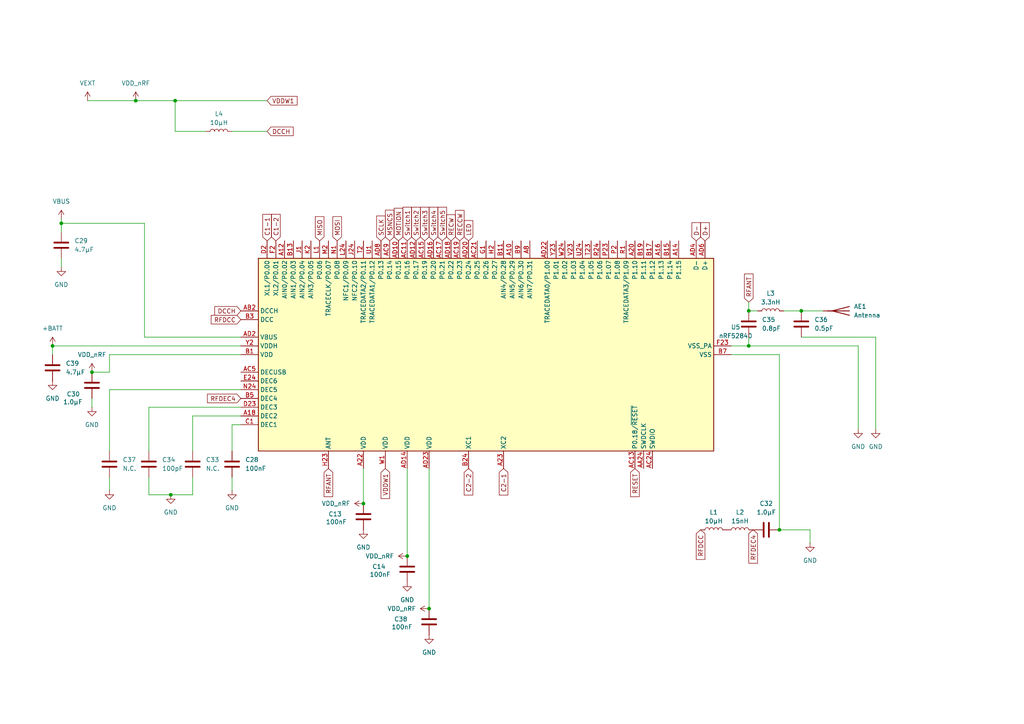
<source format=kicad_sch>
(kicad_sch (version 20250114) (generator "eeschema") (generator_version "9.0")
  (paper "A4")
  (lib_symbols
    (symbol "Custom:nRF52840"
      (property "Reference" "U5" (at 7.9854 -72.39 90))
      (property "Value" "nRF52840" (at 5.4454 -72.39 90))
      (symbol "nRF52840_0_1"
        (rectangle (start -27.94 66.04) (end 27.94 -66.04) (stroke (width 0.254)) (fill (type background)))
      )
      (symbol "nRF52840_1_1"
        (pin passive line (at -33.02 45.72 0) (length 5.08) (name "ANT") (number "H23"))
        (pin power_in line (at -33.02 35.56 0) (length 5.08) (name "VDD") (number "A22"))
        (pin power_in line (at -33.02 29.21 0) (length 5.08) (name "VDD") (number "W1"))
        (pin power_in line (at -33.02 22.86 0) (length 5.08) (name "VDD") (number "AD14"))
        (pin power_in line (at -33.02 16.51 0) (length 5.08) (name "VDD") (number "AD23"))
        (pin input line (at -33.02 5.08 0) (length 5.08) (name "XC1") (number "B24"))
        (pin input line (at -33.02 -5.08 0) (length 5.08) (name "XC2") (number "A23"))
        (pin bidirectional line (at -33.02 -43.18 0) (length 5.08) (name "P0.18/~{RESET}") (number "AC13"))
        (pin input line (at -33.02 -45.72 0) (length 5.08) (name "SWDCLK") (number "AA24"))
        (pin bidirectional line (at -33.02 -48.26 0) (length 5.08) (name "SWDIO") (number "AC24"))
        (pin passive line (at -20.32 71.12 270) (length 5.08) (name "DEC1") (number "C1"))
        (pin passive line (at -17.78 71.12 270) (length 5.08) (name "DEC2") (number "A18"))
        (pin passive line (at -15.24 71.12 270) (length 5.08) (name "DEC3") (number "D23"))
        (pin passive line (at -12.7 71.12 270) (length 5.08) (name "DEC4") (number "B5"))
        (pin passive line (at -10.16 71.12 270) (length 5.08) (name "DEC5") (number "N24"))
        (pin passive line (at -7.62 71.12 270) (length 5.08) (name "DEC6") (number "E24"))
        (pin passive line (at -5.08 71.12 270) (length 5.08) (name "DECUSB") (number "AC5"))
        (pin power_in line (at 0 71.12 270) (length 5.08) (name "VDD") (number "B1"))
        (pin power_in line (at 0 -71.12 90) (length 5.08) (name "VSS") (number "B7"))
        (pin passive line (at 0 -71.12 90) (length 5.08) (hide yes) (name "VSS") (number "EP"))
        (pin power_in line (at 2.54 71.12 270) (length 5.08) (name "VDDH") (number "Y2"))
        (pin power_in line (at 2.54 -71.12 90) (length 5.08) (name "VSS_PA") (number "F23"))
        (pin power_in line (at 5.08 71.12 270) (length 5.08) (name "VBUS") (number "AD2"))
        (pin power_out line (at 10.16 71.12 270) (length 5.08) (name "DCC") (number "B3"))
        (pin power_out line (at 12.7 71.12 270) (length 5.08) (name "DCCH") (number "AB2"))
        (pin bidirectional line (at 33.02 63.5 180) (length 5.08) (name "XL1/P0.00") (number "D2"))
        (pin bidirectional line (at 33.02 60.96 180) (length 5.08) (name "XL2/P0.01") (number "F2"))
        (pin bidirectional line (at 33.02 58.42 180) (length 5.08) (name "AIN0/P0.02") (number "A12"))
        (pin bidirectional line (at 33.02 55.88 180) (length 5.08) (name "AIN1/P0.03") (number "B13"))
        (pin bidirectional line (at 33.02 53.34 180) (length 5.08) (name "AIN2/P0.04") (number "J1"))
        (pin bidirectional line (at 33.02 50.8 180) (length 5.08) (name "AIN3/P0.05") (number "K2"))
        (pin bidirectional line (at 33.02 48.26 180) (length 5.08) (name "P0.06") (number "L1"))
        (pin bidirectional line (at 33.02 45.72 180) (length 5.08) (name "TRACECLK/P0.07") (number "M2"))
        (pin bidirectional line (at 33.02 43.18 180) (length 5.08) (name "P0.08") (number "N1"))
        (pin bidirectional line (at 33.02 40.64 180) (length 5.08) (name "NFC1/P0.09") (number "L24"))
        (pin bidirectional line (at 33.02 38.1 180) (length 5.08) (name "NFC2/P0.10") (number "J24"))
        (pin bidirectional line (at 33.02 35.56 180) (length 5.08) (name "TRACEDATA2/P0.11") (number "T2"))
        (pin bidirectional line (at 33.02 33.02 180) (length 5.08) (name "TRACEDATA1/P0.12") (number "U1"))
        (pin bidirectional line (at 33.02 30.48 180) (length 5.08) (name "P0.13") (number "AD8"))
        (pin bidirectional line (at 33.02 27.94 180) (length 5.08) (name "P0.14") (number "AC9"))
        (pin bidirectional line (at 33.02 25.4 180) (length 5.08) (name "P0.15") (number "AD10"))
        (pin bidirectional line (at 33.02 22.86 180) (length 5.08) (name "P0.16") (number "AC11"))
        (pin bidirectional line (at 33.02 20.32 180) (length 5.08) (name "P0.17") (number "AD12"))
        (pin bidirectional line (at 33.02 17.78 180) (length 5.08) (name "P0.19") (number "AC15"))
        (pin bidirectional line (at 33.02 15.24 180) (length 5.08) (name "P0.20") (number "AD16"))
        (pin bidirectional line (at 33.02 12.7 180) (length 5.08) (name "P0.21") (number "AC17"))
        (pin bidirectional line (at 33.02 10.16 180) (length 5.08) (name "P0.22") (number "AD18"))
        (pin bidirectional line (at 33.02 7.62 180) (length 5.08) (name "P0.23") (number "AC19"))
        (pin bidirectional line (at 33.02 5.08 180) (length 5.08) (name "P0.24") (number "AD20"))
        (pin bidirectional line (at 33.02 2.54 180) (length 5.08) (name "P0.25") (number "AC21"))
        (pin bidirectional line (at 33.02 0 180) (length 5.08) (name "P0.26") (number "G1"))
        (pin bidirectional line (at 33.02 -2.54 180) (length 5.08) (name "P0.27") (number "H2"))
        (pin bidirectional line (at 33.02 -5.08 180) (length 5.08) (name "AIN4/P0.28") (number "B11"))
        (pin bidirectional line (at 33.02 -7.62 180) (length 5.08) (name "AIN5/P0.29") (number "A10"))
        (pin bidirectional line (at 33.02 -10.16 180) (length 5.08) (name "AIN6/P0.30") (number "B9"))
        (pin bidirectional line (at 33.02 -12.7 180) (length 5.08) (name "AIN7/P0.31") (number "A8"))
        (pin bidirectional line (at 33.02 -17.78 180) (length 5.08) (name "TRACEDATA0/P1.00") (number "AD22"))
        (pin bidirectional line (at 33.02 -20.32 180) (length 5.08) (name "P1.01") (number "Y23"))
        (pin bidirectional line (at 33.02 -22.86 180) (length 5.08) (name "P1.02") (number "W24"))
        (pin bidirectional line (at 33.02 -25.4 180) (length 5.08) (name "P1.03") (number "V23"))
        (pin bidirectional line (at 33.02 -27.94 180) (length 5.08) (name "P1.04") (number "U24"))
        (pin bidirectional line (at 33.02 -30.48 180) (length 5.08) (name "P1.05") (number "T23"))
        (pin bidirectional line (at 33.02 -33.02 180) (length 5.08) (name "P1.06") (number "R24"))
        (pin bidirectional line (at 33.02 -35.56 180) (length 5.08) (name "P1.07") (number "P23"))
        (pin bidirectional line (at 33.02 -38.1 180) (length 5.08) (name "P1.08") (number "P2"))
        (pin bidirectional line (at 33.02 -40.64 180) (length 5.08) (name "TRACEDATA3/P1.09") (number "R1"))
        (pin bidirectional line (at 33.02 -43.18 180) (length 5.08) (name "P1.10") (number "A20"))
        (pin bidirectional line (at 33.02 -45.72 180) (length 5.08) (name "P1.11") (number "B19"))
        (pin bidirectional line (at 33.02 -48.26 180) (length 5.08) (name "P1.12") (number "B17"))
        (pin bidirectional line (at 33.02 -50.8 180) (length 5.08) (name "P1.13") (number "A16"))
        (pin bidirectional line (at 33.02 -53.34 180) (length 5.08) (name "P1.14") (number "B15"))
        (pin bidirectional line (at 33.02 -55.88 180) (length 5.08) (name "P1.15") (number "A14"))
        (pin bidirectional line (at 33.02 -60.96 180) (length 5.08) (name "D-") (number "AD4"))
        (pin bidirectional line (at 33.02 -63.5 180) (length 5.08) (name "D+") (number "AD6"))
      )
    )
    (symbol "Device:Antenna" (pin_numbers (hide yes)) (pin_names (offset 1.016) (hide yes))
      (property "Reference" "AE" (at -1.905 1.905 0))
      (property "Value" "Antenna" (at -1.905 0 0))
      (symbol "Antenna_0_1"
        (polyline (pts (xy 0 2.54) (xy 0 -3.81)) (stroke (width 0.254)))
        (polyline (pts (xy 1.27 2.54) (xy 0 -2.54) (xy -1.27 2.54)) (stroke (width 0.254)))
      )
      (symbol "Antenna_1_1"
        (pin input line (at 0 -5.08 90) (length 2.54) (name "A") (number "1"))
      )
    )
    (symbol "Device:C" (pin_numbers (hide yes)) (pin_names (offset 0.254))
      (property "Reference" "C" (at 0.635 2.54 0))
      (property "Value" "C" (at 0.635 -2.54 0))
      (symbol "C_0_1"
        (polyline (pts (xy -2.032 0.762) (xy 2.032 0.762)) (stroke (width 0.508)))
        (polyline (pts (xy -2.032 -0.762) (xy 2.032 -0.762)) (stroke (width 0.508)))
      )
      (symbol "C_1_1"
        (pin passive line (at 0 3.81 270) (length 2.794) (name "~") (number "1"))
        (pin passive line (at 0 -3.81 90) (length 2.794) (name "~") (number "2"))
      )
    )
    (symbol "Device:L" (pin_numbers (hide yes)) (pin_names (offset 1.016) (hide yes))
      (property "Reference" "L" (at -1.27 0 90))
      (property "Value" "L" (at 1.905 0 90))
      (symbol "L_0_1"
        (arc (start 0 2.54) (mid 0.6323 1.905) (end 0 1.27))
        (arc (start 0 1.27) (mid 0.6323 0.635) (end 0 0))
        (arc (start 0 0) (mid 0.6323 -0.635) (end 0 -1.27))
        (arc (start 0 -1.27) (mid 0.6323 -1.905) (end 0 -2.54))
      )
      (symbol "L_1_1"
        (pin passive line (at 0 3.81 270) (length 1.27) (name "1") (number "1"))
        (pin passive line (at 0 -3.81 90) (length 1.27) (name "2") (number "2"))
      )
    )
    (symbol "power:+3.3V" (power) (pin_numbers (hide yes)) (pin_names (offset 0) (hide yes))
      (property "Value" "+3.3V" (at 0 3.556 0))
      (symbol "+3.3V_0_1"
        (polyline (pts (xy -0.762 1.27) (xy 0 2.54)))
        (polyline (pts (xy 0 2.54) (xy 0.762 1.27)))
        (polyline (pts (xy 0 0) (xy 0 2.54)))
      )
      (symbol "+3.3V_1_1"
        (pin power_in line (at 0 0 90) (length 0) (name "~") (number "1"))
      )
    )
    (symbol "power:+BATT" (power) (pin_numbers (hide yes)) (pin_names (offset 0) (hide yes))
      (property "Value" "+BATT" (at 0 3.556 0))
      (symbol "+BATT_0_1"
        (polyline (pts (xy -0.762 1.27) (xy 0 2.54)))
        (polyline (pts (xy 0 2.54) (xy 0.762 1.27)))
        (polyline (pts (xy 0 0) (xy 0 2.54)))
      )
      (symbol "+BATT_1_1"
        (pin power_in line (at 0 0 90) (length 0) (name "~") (number "1"))
      )
    )
    (symbol "power:GND" (power) (pin_numbers (hide yes)) (pin_names (offset 0) (hide yes))
      (property "Value" "GND" (at 0 -3.81 0))
      (symbol "GND_0_1"
        (polyline (pts (xy 0 0) (xy 0 -1.27) (xy 1.27 -1.27) (xy 0 -2.54) (xy -1.27 -1.27) (xy 0 -1.27)))
      )
      (symbol "GND_1_1"
        (pin power_in line (at 0 0 270) (length 0) (name "~") (number "1"))
      )
    )
    (symbol "power:VBUS" (power) (pin_numbers (hide yes)) (pin_names (offset 0) (hide yes))
      (property "Value" "VBUS" (at 0 3.556 0))
      (symbol "VBUS_0_1"
        (polyline (pts (xy -0.762 1.27) (xy 0 2.54)))
        (polyline (pts (xy 0 2.54) (xy 0.762 1.27)))
        (polyline (pts (xy 0 0) (xy 0 2.54)))
      )
      (symbol "VBUS_1_1"
        (pin power_in line (at 0 0 90) (length 0) (name "~") (number "1"))
      )
    )
  )
  (junction (at 17.78 64.77))
  (junction (at 217.17 90.17))
  (junction (at 105.41 146.05))
  (junction (at 232.41 90.17))
  (junction (at 39.37 29.21))
  (junction (at 217.17 100.33))
  (junction (at 124.46 176.53))
  (junction (at 15.24 100.33))
  (junction (at 226.06 153.67))
  (junction (at 118.11 161.29))
  (junction (at 50.8 29.21))
  (junction (at 49.53 143.51))
  (junction (at 26.67 107.95))
  (wire (pts (xy 217.17 100.33) (xy 248.92 100.33)))
  (wire (pts (xy 50.8 29.21) (xy 77.47 29.21)))
  (wire (pts (xy 226.06 102.87) (xy 226.06 153.67)))
  (wire (pts (xy 41.91 64.77) (xy 17.78 64.77)))
  (wire (pts (xy 69.85 102.87) (xy 31.75 102.87)))
  (wire (pts (xy 212.09 102.87) (xy 226.06 102.87)))
  (wire (pts (xy 217.17 87.63) (xy 217.17 90.17)))
  (wire (pts (xy 55.88 120.65) (xy 69.85 120.65)))
  (wire (pts (xy 43.18 143.51) (xy 49.53 143.51)))
  (wire (pts (xy 31.75 138.43) (xy 31.75 142.24)))
  (wire (pts (xy 118.11 135.89) (xy 118.11 161.29)))
  (wire (pts (xy 43.18 138.43) (xy 43.18 143.51)))
  (wire (pts (xy 26.67 115.57) (xy 26.67 118.11)))
  (wire (pts (xy 17.78 74.93) (xy 17.78 77.47)))
  (wire (pts (xy 49.53 143.51) (xy 55.88 143.51)))
  (wire (pts (xy 227.33 90.17) (xy 232.41 90.17)))
  (wire (pts (xy 41.91 97.79) (xy 41.91 64.77)))
  (wire (pts (xy 31.75 113.03) (xy 31.75 130.81)))
  (wire (pts (xy 55.88 120.65) (xy 55.88 130.81)))
  (wire (pts (xy 69.85 100.33) (xy 15.24 100.33)))
  (wire (pts (xy 217.17 100.33) (xy 217.17 97.79)))
  (wire (pts (xy 39.37 29.21) (xy 50.8 29.21)))
  (wire (pts (xy 17.78 64.77) (xy 17.78 63.5)))
  (wire (pts (xy 217.17 90.17) (xy 219.71 90.17)))
  (wire (pts (xy 55.88 138.43) (xy 55.88 143.51)))
  (wire (pts (xy 232.41 90.17) (xy 238.76 90.17)))
  (wire (pts (xy 43.18 118.11) (xy 69.85 118.11)))
  (wire (pts (xy 254 97.79) (xy 254 124.46)))
  (wire (pts (xy 67.31 138.43) (xy 67.31 142.24)))
  (wire (pts (xy 67.31 123.19) (xy 67.31 130.81)))
  (wire (pts (xy 124.46 135.89) (xy 124.46 176.53)))
  (wire (pts (xy 25.4 29.21) (xy 39.37 29.21)))
  (wire (pts (xy 59.69 38.1) (xy 50.8 38.1)))
  (wire (pts (xy 212.09 100.33) (xy 217.17 100.33)))
  (wire (pts (xy 31.75 107.95) (xy 26.67 107.95)))
  (wire (pts (xy 43.18 118.11) (xy 43.18 130.81)))
  (wire (pts (xy 69.85 123.19) (xy 67.31 123.19)))
  (wire (pts (xy 105.41 135.89) (xy 105.41 146.05)))
  (wire (pts (xy 17.78 64.77) (xy 17.78 67.31)))
  (wire (pts (xy 31.75 102.87) (xy 31.75 107.95)))
  (wire (pts (xy 232.41 97.79) (xy 254 97.79)))
  (wire (pts (xy 50.8 38.1) (xy 50.8 29.21)))
  (wire (pts (xy 234.95 157.48) (xy 234.95 153.67)))
  (wire (pts (xy 15.24 100.33) (xy 15.24 102.87)))
  (wire (pts (xy 234.95 153.67) (xy 226.06 153.67)))
  (wire (pts (xy 67.31 38.1) (xy 77.47 38.1)))
  (wire (pts (xy 69.85 113.03) (xy 31.75 113.03)))
  (wire (pts (xy 248.92 100.33) (xy 248.92 124.46)))
  (wire (pts (xy 69.85 97.79) (xy 41.91 97.79)))
  (global_label "Switch4" (shape input) (at 125.73 69.85 90) (property "Intersheetrefs" "${INTERSHEET_REFS}" (effects (hide yes))))
  (global_label "DCCH" (shape input) (at 77.47 38.1 0) (property "Intersheetrefs" "${INTERSHEET_REFS}" (effects (hide yes))))
  (global_label "RFDEC4" (shape input) (at 69.85 115.57 180) (property "Intersheetrefs" "${INTERSHEET_REFS}" (effects (hide yes))))
  (global_label "C1-2" (shape input) (at 80.01 69.85 90) (property "Intersheetrefs" "${INTERSHEET_REFS}" (effects (hide yes))))
  (global_label "MISO" (shape input) (at 92.71 69.85 90) (property "Intersheetrefs" "${INTERSHEET_REFS}" (effects (hide yes))))
  (global_label "DCCH" (shape input) (at 69.85 90.17 180) (property "Intersheetrefs" "${INTERSHEET_REFS}" (effects (hide yes))))
  (global_label "VDDW1" (shape input) (at 111.76 135.89 270) (property "Intersheetrefs" "${INTERSHEET_REFS}" (effects (hide yes))))
  (global_label "MOSI" (shape input) (at 97.79 69.85 90) (property "Intersheetrefs" "${INTERSHEET_REFS}" (effects (hide yes))))
  (global_label "LED" (shape input) (at 135.89 69.85 90) (property "Intersheetrefs" "${INTERSHEET_REFS}" (effects (hide yes))))
  (global_label "D-" (shape input) (at 201.93 69.85 90) (property "Intersheetrefs" "${INTERSHEET_REFS}" (effects (hide yes))))
  (global_label "RFANT" (shape input) (at 95.25 135.89 270) (property "Intersheetrefs" "${INTERSHEET_REFS}" (effects (hide yes))))
  (global_label "Switch1" (shape input) (at 118.11 69.85 90) (property "Intersheetrefs" "${INTERSHEET_REFS}" (effects (hide yes))))
  (global_label "RFDCC" (shape input) (at 69.85 92.71 180) (property "Intersheetrefs" "${INTERSHEET_REFS}" (effects (hide yes))))
  (global_label "RFDCC" (shape input) (at 203.2 153.67 270) (property "Intersheetrefs" "${INTERSHEET_REFS}" (effects (hide yes))))
  (global_label "RFANT" (shape input) (at 217.17 87.63 90) (property "Intersheetrefs" "${INTERSHEET_REFS}" (effects (hide yes))))
  (global_label "RECW" (shape input) (at 130.81 69.85 90) (property "Intersheetrefs" "${INTERSHEET_REFS}" (effects (hide yes))))
  (global_label "C2-1" (shape input) (at 146.05 135.89 270) (property "Intersheetrefs" "${INTERSHEET_REFS}" (effects (hide yes))))
  (global_label "Switch3" (shape input) (at 123.19 69.85 90) (property "Intersheetrefs" "${INTERSHEET_REFS}" (effects (hide yes))))
  (global_label "RFDEC4" (shape input) (at 218.44 153.67 270) (property "Intersheetrefs" "${INTERSHEET_REFS}" (effects (hide yes))))
  (global_label "VDDW1" (shape input) (at 77.47 29.21 0) (property "Intersheetrefs" "${INTERSHEET_REFS}" (effects (hide yes))))
  (global_label "C1-1" (shape input) (at 77.47 69.85 90) (property "Intersheetrefs" "${INTERSHEET_REFS}" (effects (hide yes))))
  (global_label "SCLK" (shape input) (at 110.49 69.85 90) (property "Intersheetrefs" "${INTERSHEET_REFS}" (effects (hide yes))))
  (global_label "RECCW" (shape input) (at 133.35 69.85 90) (property "Intersheetrefs" "${INTERSHEET_REFS}" (effects (hide yes))))
  (global_label "D+" (shape input) (at 204.47 69.85 90) (property "Intersheetrefs" "${INTERSHEET_REFS}" (effects (hide yes))))
  (global_label "MOTION" (shape input) (at 115.57 69.85 90) (property "Intersheetrefs" "${INTERSHEET_REFS}" (effects (hide yes))))
  (global_label "Switch2" (shape input) (at 120.65 69.85 90) (property "Intersheetrefs" "${INTERSHEET_REFS}" (effects (hide yes))))
  (global_label "MSNCS" (shape input) (at 113.03 69.85 90) (property "Intersheetrefs" "${INTERSHEET_REFS}" (effects (hide yes))))
  (global_label "RESET" (shape input) (at 184.15 135.89 270) (property "Intersheetrefs" "${INTERSHEET_REFS}" (effects (hide yes))))
  (global_label "C2-2" (shape input) (at 135.89 135.89 270) (property "Intersheetrefs" "${INTERSHEET_REFS}" (effects (hide yes))))
  (global_label "Switch5" (shape input) (at 128.27 69.85 90) (property "Intersheetrefs" "${INTERSHEET_REFS}" (effects (hide yes))))
  (symbol (lib_id "power:GND") (at 254 124.46 0) (unit 1)
    (property "Reference" "#PWR077" (effects (hide yes)))
    (property "Value" "GND" (at 254 129.54 0))
    (property "Description" "Power symbol creates a global label with name \"GND\" , ground" (effects (hide yes)))
  )
  (symbol (lib_id "Device:L") (at 207.01 153.67 90) (unit 1)
    (property "Reference" "L1" (at 207.01 148.59 90))
    (property "Value" "10μH" (at 207.01 151.13 90))
    (property "Description" "Inductor" (effects (hide yes)))
  )
  (symbol (lib_id "power:GND") (at 15.24 110.49 0) (unit 1)
    (property "Reference" "#PWR079" (effects (hide yes)))
    (property "Value" "GND" (at 15.24 115.57 0))
    (property "Description" "Power symbol creates a global label with name \"GND\" , ground" (effects (hide yes)))
  )
  (symbol (lib_id "power:GND") (at 31.75 142.24 0) (unit 1)
    (property "Reference" "#PWR078" (effects (hide yes)))
    (property "Value" "GND" (at 31.75 147.32 0))
    (property "Description" "Power symbol creates a global label with name \"GND\" , ground" (effects (hide yes)))
  )
  (symbol (lib_id "Device:C") (at 26.67 111.76 0) (unit 1)
    (property "Reference" "C30" (at 19.304 114.3 0) (effects (justify left)))
    (property "Value" "1.0μF" (at 18.288 116.586 0) (effects (justify left)))
    (property "Description" "Unpolarized capacitor" (effects (hide yes)))
  )
  (symbol (lib_id "Device:C") (at 15.24 106.68 0) (unit 1)
    (property "Reference" "C39" (at 19.05 105.4099 0) (effects (justify left)))
    (property "Value" "4.7μF" (at 19.05 107.9499 0) (effects (justify left)))
    (property "Description" "Unpolarized capacitor" (effects (hide yes)))
  )
  (symbol (lib_id "power:GND") (at 248.92 124.46 0) (unit 1)
    (property "Reference" "#PWR076" (effects (hide yes)))
    (property "Value" "GND" (at 248.92 129.54 0))
    (property "Description" "Power symbol creates a global label with name \"GND\" , ground" (effects (hide yes)))
  )
  (symbol (lib_id "Custom:nRF52840") (at 140.97 102.87 90) (unit 1)
    (property "Reference" "U5" (at 213.36 94.8846 90))
    (property "Value" "nRF52840" (at 213.36 97.4246 90))
    (property "Footprint" "Package_DFN_QFN:Nordic_AQFN-73-1EP_7x7mm_P0.5mm" (effects (hide yes)))
    (property "Datasheet" "http://infocenter.nordicsemi.com/topic/com.nordic.infocenter.nrf52/dita/nrf52/chips/nrf52840.html" (effects (hide yes)))
    (property "Description" "Multiprotocol BLE/ANT/2.4 GHz/802.15.4 Cortex-M4F SoC, AQFN-73" (effects (hide yes)))
  )
  (symbol (lib_id "power:GND") (at 118.11 168.91 0) (unit 1)
    (property "Reference" "#PWR032" (effects (hide yes)))
    (property "Value" "GND" (at 118.11 173.99 0))
    (property "Description" "Power symbol creates a global label with name \"GND\" , ground" (effects (hide yes)))
  )
  (symbol (lib_id "power:VBUS") (at 25.4 29.21 0) (unit 1)
    (property "Reference" "#PWR075" (effects (hide yes)))
    (property "Value" "VEXT" (at 25.4 24.13 0))
    (property "Description" "Power symbol creates a global label with name \"VBUS\"" (effects (hide yes)))
  )
  (symbol (lib_id "Device:C") (at 105.41 149.86 0) (unit 1)
    (property "Reference" "C13" (at 95.25 149.098 0) (effects (justify left)))
    (property "Value" "100nF" (at 94.488 151.384 0) (effects (justify left)))
    (property "Description" "Unpolarized capacitor" (effects (hide yes)))
  )
  (symbol (lib_id "Device:C") (at 55.88 134.62 0) (unit 1)
    (property "Reference" "C33" (at 59.69 133.3499 0) (effects (justify left)))
    (property "Value" "N.C." (at 59.69 135.8899 0) (effects (justify left)))
    (property "Description" "Unpolarized capacitor" (effects (hide yes)))
  )
  (symbol (lib_id "Device:C") (at 124.46 180.34 0) (unit 1)
    (property "Reference" "C38" (at 114.3 179.578 0) (effects (justify left)))
    (property "Value" "100nF" (at 113.538 181.864 0) (effects (justify left)))
    (property "Description" "Unpolarized capacitor" (effects (hide yes)))
  )
  (symbol (lib_id "power:+3.3V") (at 26.67 107.95 0) (unit 1)
    (property "Reference" "#PWR069" (effects (hide yes)))
    (property "Value" "VDD_nRF" (at 26.67 102.87 0))
    (property "Description" "Power symbol creates a global label with name \"+3.3V\"" (effects (hide yes)))
  )
  (symbol (lib_id "power:+3.3V") (at 118.11 161.29 90) (unit 1)
    (property "Reference" "#PWR031" (effects (hide yes)))
    (property "Value" "VDD_nRF" (at 114.3 161.2899 90) (effects (justify left)))
    (property "Description" "Power symbol creates a global label with name \"+3.3V\"" (effects (hide yes)))
  )
  (symbol (lib_id "Device:C") (at 232.41 93.98 0) (unit 1)
    (property "Reference" "C36" (at 236.22 92.7099 0) (effects (justify left)))
    (property "Value" "0.5pF" (at 236.22 95.2499 0) (effects (justify left)))
    (property "Description" "Unpolarized capacitor" (effects (hide yes)))
  )
  (symbol (lib_id "power:VBUS") (at 17.78 63.5 0) (unit 1)
    (property "Reference" "#PWR063" (effects (hide yes)))
    (property "Value" "VBUS" (at 17.78 58.42 0))
    (property "Description" "Power symbol creates a global label with name \"VBUS\"" (effects (hide yes)))
  )
  (symbol (lib_id "power:+3.3V") (at 39.37 29.21 0) (unit 1)
    (property "Reference" "#PWR080" (effects (hide yes)))
    (property "Value" "VDD_nRF" (at 39.37 24.13 0))
    (property "Description" "Power symbol creates a global label with name \"+3.3V\"" (effects (hide yes)))
  )
  (symbol (lib_id "Device:C") (at 43.18 134.62 0) (unit 1)
    (property "Reference" "C34" (at 46.99 133.3499 0) (effects (justify left)))
    (property "Value" "100pF" (at 46.99 135.8899 0) (effects (justify left)))
    (property "Description" "Unpolarized capacitor" (effects (hide yes)))
  )
  (symbol (lib_id "Device:C") (at 17.78 71.12 0) (unit 1)
    (property "Reference" "C29" (at 21.59 69.8499 0) (effects (justify left)))
    (property "Value" "4.7μF" (at 21.59 72.3899 0) (effects (justify left)))
    (property "Description" "Unpolarized capacitor" (effects (hide yes)))
  )
  (symbol (lib_id "power:+3.3V") (at 105.41 146.05 90) (unit 1)
    (property "Reference" "#PWR028" (effects (hide yes)))
    (property "Value" "VDD_nRF" (at 101.6 146.0499 90) (effects (justify left)))
    (property "Description" "Power symbol creates a global label with name \"+3.3V\"" (effects (hide yes)))
  )
  (symbol (lib_id "Device:L") (at 63.5 38.1 90) (unit 1)
    (property "Reference" "L4" (at 63.5 33.02 90))
    (property "Value" "10μH" (at 63.5 35.56 90))
    (property "Description" "Inductor" (effects (hide yes)))
  )
  (symbol (lib_id "Device:L") (at 223.52 90.17 90) (unit 1)
    (property "Reference" "L3" (at 223.52 85.09 90))
    (property "Value" "3.3nH" (at 223.52 87.63 90))
    (property "Description" "Inductor" (effects (hide yes)))
  )
  (symbol (lib_id "power:+3.3V") (at 124.46 176.53 90) (unit 1)
    (property "Reference" "#PWR033" (effects (hide yes)))
    (property "Value" "VDD_nRF" (at 120.65 176.5299 90) (effects (justify left)))
    (property "Description" "Power symbol creates a global label with name \"+3.3V\"" (effects (hide yes)))
  )
  (symbol (lib_id "power:GND") (at 67.31 142.24 0) (unit 1)
    (property "Reference" "#PWR062" (effects (hide yes)))
    (property "Value" "GND" (at 67.31 147.32 0))
    (property "Description" "Power symbol creates a global label with name \"GND\" , ground" (effects (hide yes)))
  )
  (symbol (lib_id "power:GND") (at 124.46 184.15 0) (unit 1)
    (property "Reference" "#PWR034" (effects (hide yes)))
    (property "Value" "GND" (at 124.46 189.23 0))
    (property "Description" "Power symbol creates a global label with name \"GND\" , ground" (effects (hide yes)))
  )
  (symbol (lib_id "Device:Antenna") (at 243.84 90.17 270) (unit 1)
    (property "Reference" "AE1" (at 247.65 88.8999 90) (effects (justify left)))
    (property "Value" "Antenna" (at 247.65 91.4399 90) (effects (justify left)))
    (property "Description" "Antenna" (effects (hide yes)))
  )
  (symbol (lib_id "power:+BATT") (at 15.24 100.33 0) (unit 1)
    (property "Reference" "#PWR081" (effects (hide yes)))
    (property "Value" "+BATT" (at 15.24 95.25 0))
    (property "Description" "Power symbol creates a global label with name \"+BATT\"" (effects (hide yes)))
  )
  (symbol (lib_id "Device:C") (at 222.25 153.67 90) (unit 1)
    (property "Reference" "C32" (at 222.25 146.05 90))
    (property "Value" "1.0μF" (at 222.25 148.59 90))
    (property "Description" "Unpolarized capacitor" (effects (hide yes)))
  )
  (symbol (lib_id "Device:C") (at 217.17 93.98 0) (unit 1)
    (property "Reference" "C35" (at 220.98 92.7099 0) (effects (justify left)))
    (property "Value" "0.8pF" (at 220.98 95.2499 0) (effects (justify left)))
    (property "Description" "Unpolarized capacitor" (effects (hide yes)))
  )
  (symbol (lib_id "Device:C") (at 31.75 134.62 0) (unit 1)
    (property "Reference" "C37" (at 35.56 133.3499 0) (effects (justify left)))
    (property "Value" "N.C." (at 35.56 135.8899 0) (effects (justify left)))
    (property "Description" "Unpolarized capacitor" (effects (hide yes)))
  )
  (symbol (lib_id "Device:L") (at 214.63 153.67 90) (unit 1)
    (property "Reference" "L2" (at 214.63 148.59 90))
    (property "Value" "15nH" (at 214.63 151.13 90))
    (property "Description" "Inductor" (effects (hide yes)))
  )
  (symbol (lib_id "power:GND") (at 234.95 157.48 0) (unit 1)
    (property "Reference" "#PWR071" (effects (hide yes)))
    (property "Value" "GND" (at 234.95 162.56 0))
    (property "Description" "Power symbol creates a global label with name \"GND\" , ground" (effects (hide yes)))
  )
  (symbol (lib_id "power:GND") (at 49.53 143.51 0) (unit 1)
    (property "Reference" "#PWR074" (effects (hide yes)))
    (property "Value" "GND" (at 49.53 148.59 0))
    (property "Description" "Power symbol creates a global label with name \"GND\" , ground" (effects (hide yes)))
  )
  (symbol (lib_id "Device:C") (at 118.11 165.1 0) (unit 1)
    (property "Reference" "C14" (at 107.95 164.338 0) (effects (justify left)))
    (property "Value" "100nF" (at 107.188 166.624 0) (effects (justify left)))
    (property "Description" "Unpolarized capacitor" (effects (hide yes)))
  )
  (symbol (lib_id "power:GND") (at 105.41 153.67 0) (unit 1)
    (property "Reference" "#PWR030" (effects (hide yes)))
    (property "Value" "GND" (at 105.41 158.75 0))
    (property "Description" "Power symbol creates a global label with name \"GND\" , ground" (effects (hide yes)))
  )
  (symbol (lib_id "power:GND") (at 17.78 77.47 0) (unit 1)
    (property "Reference" "#PWR064" (effects (hide yes)))
    (property "Value" "GND" (at 17.78 82.55 0))
    (property "Description" "Power symbol creates a global label with name \"GND\" , ground" (effects (hide yes)))
  )
  (symbol (lib_id "power:GND") (at 26.67 118.11 0) (unit 1)
    (property "Reference" "#PWR070" (effects (hide yes)))
    (property "Value" "GND" (at 26.67 123.19 0))
    (property "Description" "Power symbol creates a global label with name \"GND\" , ground" (effects (hide yes)))
  )
  (symbol (lib_id "Device:C") (at 67.31 134.62 0) (unit 1)
    (property "Reference" "C28" (at 71.12 133.3499 0) (effects (justify left)))
    (property "Value" "100nF" (at 71.12 135.8899 0) (effects (justify left)))
    (property "Description" "Unpolarized capacitor" (effects (hide yes)))
  )
)
</source>
